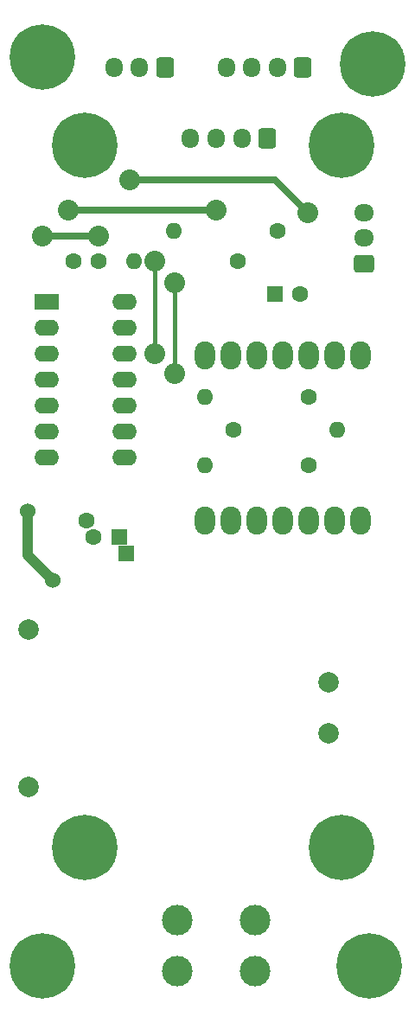
<source format=gbr>
%TF.GenerationSoftware,KiCad,Pcbnew,7.0.8*%
%TF.CreationDate,2023-10-09T03:06:34-07:00*%
%TF.ProjectId,PZEM-Stack R1,505a454d-2d53-4746-9163-6b2052312e6b,rev?*%
%TF.SameCoordinates,Original*%
%TF.FileFunction,Copper,L1,Top*%
%TF.FilePolarity,Positive*%
%FSLAX46Y46*%
G04 Gerber Fmt 4.6, Leading zero omitted, Abs format (unit mm)*
G04 Created by KiCad (PCBNEW 7.0.8) date 2023-10-09 03:06:34*
%MOMM*%
%LPD*%
G01*
G04 APERTURE LIST*
G04 Aperture macros list*
%AMRoundRect*
0 Rectangle with rounded corners*
0 $1 Rounding radius*
0 $2 $3 $4 $5 $6 $7 $8 $9 X,Y pos of 4 corners*
0 Add a 4 corners polygon primitive as box body*
4,1,4,$2,$3,$4,$5,$6,$7,$8,$9,$2,$3,0*
0 Add four circle primitives for the rounded corners*
1,1,$1+$1,$2,$3*
1,1,$1+$1,$4,$5*
1,1,$1+$1,$6,$7*
1,1,$1+$1,$8,$9*
0 Add four rect primitives between the rounded corners*
20,1,$1+$1,$2,$3,$4,$5,0*
20,1,$1+$1,$4,$5,$6,$7,0*
20,1,$1+$1,$6,$7,$8,$9,0*
20,1,$1+$1,$8,$9,$2,$3,0*%
G04 Aperture macros list end*
%TA.AperFunction,ComponentPad*%
%ADD10RoundRect,1.000000X0.000000X0.375000X0.000000X-0.375000X0.000000X-0.375000X0.000000X0.375000X0*%
%TD*%
%TA.AperFunction,ComponentPad*%
%ADD11C,0.800000*%
%TD*%
%TA.AperFunction,ComponentPad*%
%ADD12C,6.400000*%
%TD*%
%TA.AperFunction,ComponentPad*%
%ADD13RoundRect,0.250000X0.600000X0.725000X-0.600000X0.725000X-0.600000X-0.725000X0.600000X-0.725000X0*%
%TD*%
%TA.AperFunction,ComponentPad*%
%ADD14O,1.700000X1.950000*%
%TD*%
%TA.AperFunction,ComponentPad*%
%ADD15C,1.600000*%
%TD*%
%TA.AperFunction,ComponentPad*%
%ADD16R,1.600000X1.600000*%
%TD*%
%TA.AperFunction,ComponentPad*%
%ADD17O,1.600000X1.600000*%
%TD*%
%TA.AperFunction,ComponentPad*%
%ADD18R,2.400000X1.600000*%
%TD*%
%TA.AperFunction,ComponentPad*%
%ADD19O,2.400000X1.600000*%
%TD*%
%TA.AperFunction,ComponentPad*%
%ADD20RoundRect,0.250000X0.725000X-0.600000X0.725000X0.600000X-0.725000X0.600000X-0.725000X-0.600000X0*%
%TD*%
%TA.AperFunction,ComponentPad*%
%ADD21O,1.950000X1.700000*%
%TD*%
%TA.AperFunction,ComponentPad*%
%ADD22C,3.000000*%
%TD*%
%TA.AperFunction,ComponentPad*%
%ADD23C,2.000000*%
%TD*%
%TA.AperFunction,ViaPad*%
%ADD24C,2.032000*%
%TD*%
%TA.AperFunction,ViaPad*%
%ADD25C,1.524000*%
%TD*%
%TA.AperFunction,Conductor*%
%ADD26C,0.635000*%
%TD*%
%TA.AperFunction,Conductor*%
%ADD27C,1.016000*%
%TD*%
%TA.AperFunction,Conductor*%
%ADD28C,0.381000*%
%TD*%
G04 APERTURE END LIST*
D10*
%TO.P,U2,1,PA02_A0_D0*%
%TO.N,Net-(J4-Pin_1)*%
X35160000Y63781000D03*
%TO.P,U2,2,PA4_A1_D1*%
%TO.N,unconnected-(U2-PA4_A1_D1-Pad2)*%
X32620000Y63781000D03*
%TO.P,U2,3,PA10_A2_D2*%
%TO.N,unconnected-(U2-PA10_A2_D2-Pad3)*%
X30080000Y63781000D03*
%TO.P,U2,4,PA11_A3_D3*%
%TO.N,unconnected-(U2-PA11_A3_D3-Pad4)*%
X27540000Y63781000D03*
%TO.P,U2,5,PA8_A4_D4_SDA*%
%TO.N,unconnected-(U2-PA8_A4_D4_SDA-Pad5)*%
X25000000Y63781000D03*
%TO.P,U2,6,PA9_A5_D5_SCL*%
%TO.N,unconnected-(U2-PA9_A5_D5_SCL-Pad6)*%
X22460000Y63781000D03*
%TO.P,U2,7,PB08_A6_D6_TX*%
%TO.N,/MOSI*%
X19920000Y63781000D03*
%TO.P,U2,8,PB09_A7_D7_RX*%
%TO.N,/MISO*%
X19920000Y47616000D03*
%TO.P,U2,9,PA7_A8_D8_SCK*%
%TO.N,unconnected-(U2-PA7_A8_D8_SCK-Pad9)*%
X22460000Y47616000D03*
%TO.P,U2,10,PA5_A9_D9_MISO*%
%TO.N,unconnected-(U2-PA5_A9_D9_MISO-Pad10)*%
X25000000Y47616000D03*
%TO.P,U2,11,PA6_A10_D10_MOSI*%
%TO.N,unconnected-(U2-PA6_A10_D10_MOSI-Pad11)*%
X27540000Y47616000D03*
%TO.P,U2,12,3V3*%
%TO.N,+3V3*%
X30080000Y47616000D03*
%TO.P,U2,13,GND*%
%TO.N,GND*%
X32620000Y47616000D03*
%TO.P,U2,14,5V*%
%TO.N,+5V*%
X35160000Y47616000D03*
%TD*%
D11*
%TO.P,H4,1*%
%TO.N,N/C*%
X33902944Y92302944D03*
X34605888Y94000000D03*
X34605888Y90605888D03*
X36302944Y94702944D03*
D12*
X36302944Y92302944D03*
D11*
X36302944Y89902944D03*
X38000000Y94000000D03*
X38000000Y90605888D03*
X38702944Y92302944D03*
%TD*%
%TO.P,H3,1*%
%TO.N,N/C*%
X33600000Y4000000D03*
X34302944Y5697056D03*
X34302944Y2302944D03*
X36000000Y6400000D03*
D12*
X36000000Y4000000D03*
D11*
X36000000Y1600000D03*
X37697056Y5697056D03*
X37697056Y2302944D03*
X38400000Y4000000D03*
%TD*%
%TO.P,H2,1*%
%TO.N,N/C*%
X1600000Y93000000D03*
X2302944Y94697056D03*
X2302944Y91302944D03*
X4000000Y95400000D03*
D12*
X4000000Y93000000D03*
D11*
X4000000Y90600000D03*
X5697056Y94697056D03*
X5697056Y91302944D03*
X6400000Y93000000D03*
%TD*%
%TO.P,H1,1*%
%TO.N,N/C*%
X1600000Y4000000D03*
X2302944Y5697056D03*
X2302944Y2302944D03*
X4000000Y6400000D03*
D12*
X4000000Y4000000D03*
D11*
X4000000Y1600000D03*
X5697056Y5697056D03*
X5697056Y2302944D03*
X6400000Y4000000D03*
%TD*%
D13*
%TO.P,J9,1,Pin_1*%
%TO.N,/TX-MOSI*%
X16000000Y92000000D03*
D14*
%TO.P,J9,2,Pin_2*%
%TO.N,/RX-MISO*%
X13500000Y92000000D03*
%TO.P,J9,3,Pin_3*%
%TO.N,+5V*%
X11000000Y92000000D03*
%TD*%
D13*
%TO.P,J2,1,Pin_1*%
%TO.N,+5V*%
X29500000Y92000000D03*
D14*
%TO.P,J2,2,Pin_2*%
%TO.N,/RX-MISO*%
X27000000Y92000000D03*
%TO.P,J2,3,Pin_3*%
%TO.N,/TX-MOSI*%
X24500000Y92000000D03*
%TO.P,J2,4,Pin_4*%
%TO.N,GND*%
X22000000Y92000000D03*
%TD*%
D15*
%TO.P,C1,1*%
%TO.N,+5V*%
X9500000Y73000000D03*
%TO.P,C1,2*%
%TO.N,GND*%
X7000000Y73000000D03*
%TD*%
D16*
%TO.P,C4,1*%
%TO.N,+5V*%
X26750000Y69750000D03*
D15*
%TO.P,C4,2*%
%TO.N,GND*%
X29250000Y69750000D03*
%TD*%
%TO.P,R3,1*%
%TO.N,+3V3*%
X30080000Y53000000D03*
D17*
%TO.P,R3,2*%
%TO.N,/MISO*%
X19920000Y53000000D03*
%TD*%
D15*
%TO.P,R4,1*%
%TO.N,+3V3*%
X30080000Y59750000D03*
D17*
%TO.P,R4,2*%
%TO.N,/MOSI*%
X19920000Y59750000D03*
%TD*%
D15*
%TO.P,R1,1*%
%TO.N,+5V*%
X27000000Y76000000D03*
D17*
%TO.P,R1,2*%
%TO.N,/RX-MISO*%
X16840000Y76000000D03*
%TD*%
D15*
%TO.P,R2,1*%
%TO.N,+5V*%
X23080000Y73000000D03*
D17*
%TO.P,R2,2*%
%TO.N,/TX-MOSI*%
X12920000Y73000000D03*
%TD*%
D18*
%TO.P,U1,1*%
%TO.N,GND*%
X4380000Y69000000D03*
D19*
%TO.P,U1,2*%
%TO.N,unconnected-(U1-Pad2)*%
X4380000Y66460000D03*
%TO.P,U1,3*%
%TO.N,GND*%
X4380000Y63920000D03*
%TO.P,U1,4*%
%TO.N,unconnected-(U1-Pad4)*%
X4380000Y61380000D03*
%TO.P,U1,5*%
%TO.N,GND*%
X4380000Y58840000D03*
%TO.P,U1,6*%
%TO.N,unconnected-(U1-Pad6)*%
X4380000Y56300000D03*
%TO.P,U1,7,GND*%
%TO.N,GND*%
X4380000Y53760000D03*
%TO.P,U1,8*%
%TO.N,unconnected-(U1-Pad8)*%
X12000000Y53760000D03*
%TO.P,U1,9*%
%TO.N,GND*%
X12000000Y56300000D03*
%TO.P,U1,10*%
%TO.N,/MISO*%
X12000000Y58840000D03*
%TO.P,U1,11*%
%TO.N,/RX-MISO*%
X12000000Y61380000D03*
%TO.P,U1,12*%
%TO.N,/TX-MOSI*%
X12000000Y63920000D03*
%TO.P,U1,13*%
%TO.N,/MOSI*%
X12000000Y66460000D03*
%TO.P,U1,14,VCC*%
%TO.N,+5V*%
X12000000Y69000000D03*
%TD*%
D13*
%TO.P,J1,1,Pin_1*%
%TO.N,+5V*%
X26000000Y85000000D03*
D14*
%TO.P,J1,2,Pin_2*%
%TO.N,/RX-MISO*%
X23500000Y85000000D03*
%TO.P,J1,3,Pin_3*%
%TO.N,/TX-MOSI*%
X21000000Y85000000D03*
%TO.P,J1,4,Pin_4*%
%TO.N,GND*%
X18500000Y85000000D03*
%TD*%
D11*
%TO.P,H8,1*%
%TO.N,N/C*%
X30902944Y15600000D03*
X31605888Y17297056D03*
X31605888Y13902944D03*
X33302944Y18000000D03*
D12*
X33302944Y15600000D03*
D11*
X33302944Y13200000D03*
X35000000Y17297056D03*
X35000000Y13902944D03*
X35702944Y15600000D03*
%TD*%
%TO.P,H7,1*%
%TO.N,N/C*%
X5752944Y15600000D03*
X6455888Y17297056D03*
X6455888Y13902944D03*
X8152944Y18000000D03*
D12*
X8152944Y15600000D03*
D11*
X8152944Y13200000D03*
X9850000Y17297056D03*
X9850000Y13902944D03*
X10552944Y15600000D03*
%TD*%
%TO.P,H6,1*%
%TO.N,N/C*%
X30902944Y84320000D03*
X31605888Y86017056D03*
X31605888Y82622944D03*
X33302944Y86720000D03*
D12*
X33302944Y84320000D03*
D11*
X33302944Y81920000D03*
X35000000Y86017056D03*
X35000000Y82622944D03*
X35702944Y84320000D03*
%TD*%
D15*
%TO.P,R5,1*%
%TO.N,+3V3*%
X22670000Y56500000D03*
D17*
%TO.P,R5,2*%
%TO.N,Net-(J4-Pin_1)*%
X32830000Y56500000D03*
%TD*%
D16*
%TO.P,C2,1*%
%TO.N,+5V*%
X12170937Y44400000D03*
X11500000Y46000000D03*
D15*
%TO.P,C2,2*%
%TO.N,GND*%
X9000000Y46000000D03*
X8329063Y47600000D03*
%TD*%
D20*
%TO.P,J4,1,Pin_1*%
%TO.N,Net-(J4-Pin_1)*%
X35475000Y72750000D03*
D21*
%TO.P,J4,2,Pin_2*%
%TO.N,+3V3*%
X35475000Y75250000D03*
%TO.P,J4,3,Pin_3*%
%TO.N,GND*%
X35475000Y77750000D03*
%TD*%
D22*
%TO.P,J3,1,Pin_1*%
%TO.N,Net-(J3-Pin_1)*%
X24810000Y8500000D03*
X24810000Y3500000D03*
%TO.P,J3,2,Pin_2*%
%TO.N,Net-(J3-Pin_2)*%
X17190000Y8500000D03*
X17190000Y3500000D03*
%TD*%
D23*
%TO.P,U3,1,AC*%
%TO.N,Net-(J3-Pin_1)*%
X32000000Y26750000D03*
%TO.P,U3,2,AC*%
%TO.N,Net-(J3-Pin_2)*%
X32000000Y31750000D03*
%TO.P,U3,3,-Vo*%
%TO.N,GND*%
X2600000Y36950000D03*
%TO.P,U3,4,+Vo*%
%TO.N,+5V*%
X2600000Y21550000D03*
%TD*%
D11*
%TO.P,H5,1*%
%TO.N,N/C*%
X5752944Y84320000D03*
X6455888Y86017056D03*
X6455888Y82622944D03*
X8152944Y86720000D03*
D12*
X8152944Y84320000D03*
D11*
X8152944Y81920000D03*
X9850000Y86017056D03*
X9850000Y82622944D03*
X10552944Y84320000D03*
%TD*%
D24*
%TO.N,+5V*%
X21000000Y78000000D03*
X6500000Y78000000D03*
%TO.N,GND*%
X12500000Y81000000D03*
X30000000Y77750000D03*
D25*
%TO.N,+5V*%
X5000000Y41750000D03*
X2500000Y48500000D03*
D24*
X9500000Y75500000D03*
X4000000Y75500000D03*
%TO.N,/TX-MOSI*%
X15000000Y73000000D03*
X15000000Y63920000D03*
%TO.N,/RX-MISO*%
X16913000Y70913000D03*
X16913000Y62000000D03*
%TD*%
D26*
%TO.N,+5V*%
X6500000Y78000000D02*
X21000000Y78000000D01*
%TO.N,GND*%
X12500000Y81000000D02*
X26750000Y81000000D01*
X26750000Y81000000D02*
X30000000Y77750000D01*
D27*
%TO.N,+5V*%
X2500000Y48500000D02*
X2500000Y44250000D01*
D26*
X9500000Y75500000D02*
X4000000Y75500000D01*
D27*
X2500000Y44250000D02*
X5000000Y41750000D01*
D28*
%TO.N,/TX-MOSI*%
X15000000Y63920000D02*
X15000000Y73000000D01*
%TO.N,/RX-MISO*%
X16913000Y62000000D02*
X16913000Y70913000D01*
%TD*%
M02*

</source>
